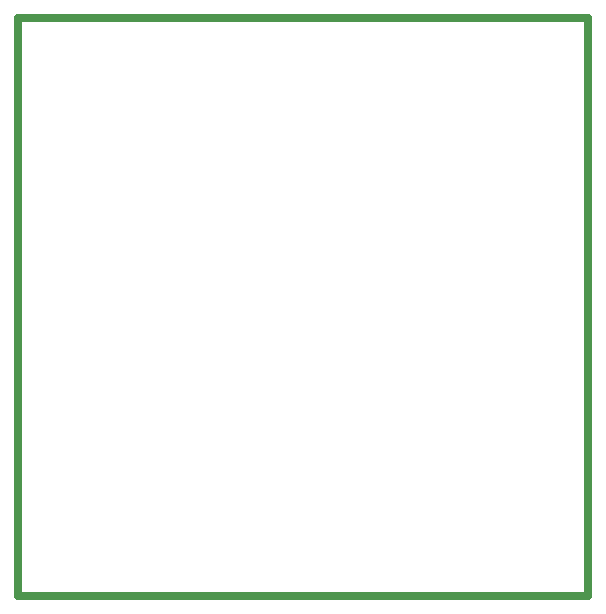
<source format=gbr>
G04 start of page 4 for group 6 idx 6 *
G04 Title: (unknown), outline *
G04 Creator: pcb 20110918 *
G04 CreationDate: Wed 06 Jul 2016 08:46:05 AM GMT UTC *
G04 For: thomasc *
G04 Format: Gerber/RS-274X *
G04 PCB-Dimensions: 190000 192500 *
G04 PCB-Coordinate-Origin: lower left *
%MOIN*%
%FSLAX25Y25*%
%LNOUTLINE*%
%ADD32C,0.0250*%
G54D32*X0Y192500D02*Y0D01*
X190000D01*
Y192500D01*
X0D01*
M02*

</source>
